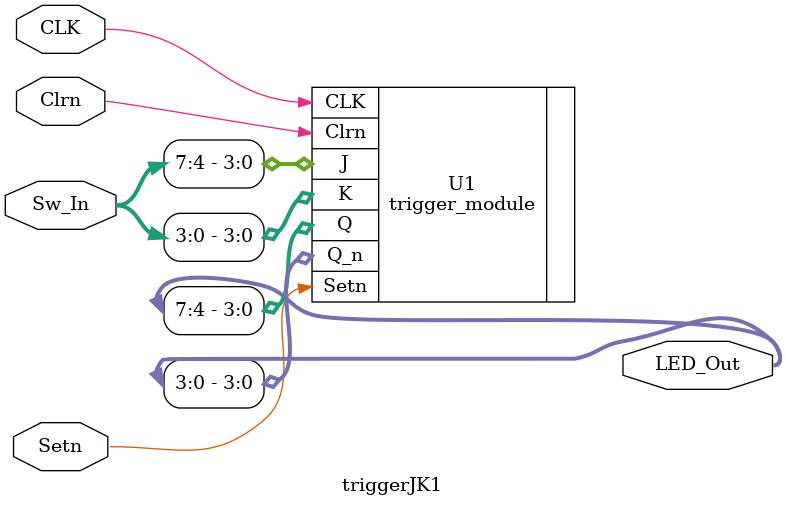
<source format=v>
module triggerJK1
(	
	CLK, Setn, Clrn, Sw_In, LED_Out
);
    input wire CLK;
	 input wire Setn;
	 input wire Clrn;
	 input wire [7:0]Sw_In;
	 output wire [7:0]LED_Out;
	 
	trigger_module U1
	(
		.CLK( CLK ) ,	
		.Setn( Setn ) ,	// input - from top
		.Clrn( Clrn ) ,	// input - from top	
		.J( Sw_In[7:4] ) ,	// input [4:0] - from top	
		.K( Sw_In[3:0] ) ,	// input [4:0] - from top	
		.Q( LED_Out[7:4] ) ,	// output [4:0] - to top	
		.Q_n( LED_Out[3:0] )	// output [4:0] - to top	 	
	);
			
endmodule 
</source>
